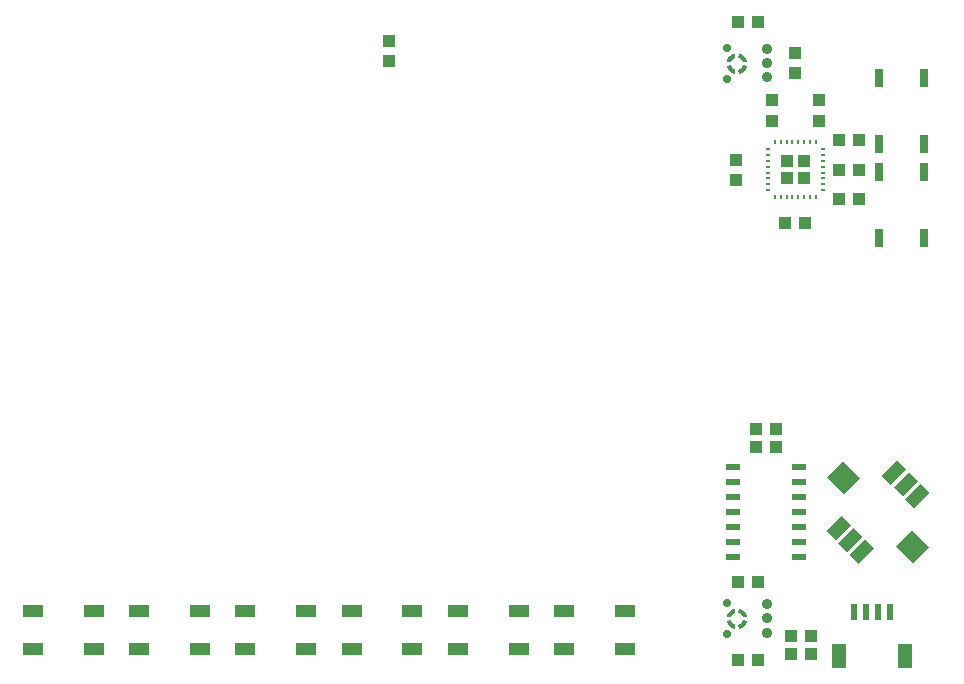
<source format=gtp>
G75*
%MOIN*%
%OFA0B0*%
%FSLAX25Y25*%
%IPPOS*%
%LPD*%
%AMOC8*
5,1,8,0,0,1.08239X$1,22.5*
%
%ADD10R,0.03000X0.06000*%
%ADD11C,0.00118*%
%ADD12C,0.02756*%
%ADD13C,0.03543*%
%ADD14R,0.07283X0.04331*%
%ADD15R,0.07480X0.07874*%
%ADD16R,0.04724X0.07874*%
%ADD17R,0.02362X0.05315*%
%ADD18R,0.00591X0.01378*%
%ADD19R,0.01378X0.00591*%
%ADD20R,0.03937X0.03937*%
%ADD21R,0.04331X0.03937*%
%ADD22R,0.03937X0.04331*%
%ADD23R,0.04724X0.02362*%
%ADD24R,0.06500X0.03937*%
D10*
X0350330Y0192819D03*
X0365330Y0192819D03*
X0365330Y0214819D03*
X0365330Y0224315D03*
X0350330Y0224315D03*
X0350330Y0214819D03*
X0350330Y0246315D03*
X0365330Y0246315D03*
D11*
X0301774Y0254231D02*
X0302081Y0253213D01*
X0302080Y0253213D02*
X0301990Y0253181D01*
X0301900Y0253146D01*
X0301812Y0253107D01*
X0301726Y0253064D01*
X0301642Y0253017D01*
X0301560Y0252968D01*
X0301480Y0252914D01*
X0301402Y0252858D01*
X0301326Y0252799D01*
X0301253Y0252736D01*
X0301183Y0252670D01*
X0301115Y0252602D01*
X0301050Y0252531D01*
X0300988Y0252457D01*
X0300930Y0252381D01*
X0300874Y0252303D01*
X0300822Y0252222D01*
X0300773Y0252139D01*
X0300727Y0252055D01*
X0300685Y0251968D01*
X0300647Y0251880D01*
X0300612Y0251790D01*
X0300581Y0251699D01*
X0299561Y0251995D01*
X0299560Y0251996D01*
X0299595Y0252103D01*
X0299634Y0252209D01*
X0299676Y0252314D01*
X0299722Y0252417D01*
X0299771Y0252518D01*
X0299823Y0252618D01*
X0299879Y0252716D01*
X0299937Y0252812D01*
X0299999Y0252907D01*
X0300064Y0252999D01*
X0300132Y0253089D01*
X0300203Y0253176D01*
X0300277Y0253261D01*
X0300354Y0253344D01*
X0300433Y0253424D01*
X0300515Y0253502D01*
X0300599Y0253576D01*
X0300686Y0253648D01*
X0300776Y0253717D01*
X0300867Y0253783D01*
X0300961Y0253846D01*
X0301056Y0253906D01*
X0301154Y0253962D01*
X0301253Y0254016D01*
X0301354Y0254066D01*
X0301457Y0254112D01*
X0301561Y0254155D01*
X0301666Y0254195D01*
X0301773Y0254231D01*
X0301805Y0254125D01*
X0301698Y0254089D01*
X0301593Y0254049D01*
X0301489Y0254005D01*
X0301386Y0253958D01*
X0301285Y0253907D01*
X0301186Y0253853D01*
X0301089Y0253796D01*
X0300994Y0253735D01*
X0300901Y0253671D01*
X0300810Y0253604D01*
X0300722Y0253534D01*
X0300636Y0253461D01*
X0300553Y0253385D01*
X0300472Y0253306D01*
X0300394Y0253225D01*
X0300319Y0253141D01*
X0300247Y0253054D01*
X0300177Y0252965D01*
X0300111Y0252873D01*
X0300048Y0252780D01*
X0299989Y0252684D01*
X0299932Y0252586D01*
X0299879Y0252487D01*
X0299830Y0252385D01*
X0299784Y0252282D01*
X0299741Y0252178D01*
X0299702Y0252072D01*
X0299667Y0251965D01*
X0299773Y0251934D01*
X0299808Y0252037D01*
X0299845Y0252139D01*
X0299886Y0252240D01*
X0299931Y0252340D01*
X0299979Y0252437D01*
X0300030Y0252534D01*
X0300084Y0252628D01*
X0300142Y0252720D01*
X0300203Y0252811D01*
X0300267Y0252899D01*
X0300333Y0252985D01*
X0300403Y0253068D01*
X0300476Y0253150D01*
X0300551Y0253228D01*
X0300629Y0253304D01*
X0300709Y0253378D01*
X0300792Y0253448D01*
X0300877Y0253516D01*
X0300965Y0253581D01*
X0301055Y0253642D01*
X0301147Y0253701D01*
X0301240Y0253756D01*
X0301336Y0253808D01*
X0301433Y0253857D01*
X0301532Y0253903D01*
X0301632Y0253945D01*
X0301734Y0253984D01*
X0301837Y0254019D01*
X0301869Y0253912D01*
X0301766Y0253877D01*
X0301665Y0253838D01*
X0301565Y0253796D01*
X0301466Y0253750D01*
X0301369Y0253700D01*
X0301274Y0253648D01*
X0301181Y0253591D01*
X0301090Y0253532D01*
X0301001Y0253469D01*
X0300914Y0253404D01*
X0300829Y0253335D01*
X0300748Y0253263D01*
X0300668Y0253189D01*
X0300592Y0253111D01*
X0300518Y0253031D01*
X0300447Y0252949D01*
X0300379Y0252864D01*
X0300314Y0252776D01*
X0300253Y0252687D01*
X0300194Y0252595D01*
X0300139Y0252501D01*
X0300087Y0252405D01*
X0300039Y0252308D01*
X0299994Y0252209D01*
X0299952Y0252108D01*
X0299914Y0252006D01*
X0299880Y0251903D01*
X0299987Y0251872D01*
X0300021Y0251975D01*
X0300059Y0252077D01*
X0300101Y0252177D01*
X0300146Y0252276D01*
X0300195Y0252373D01*
X0300248Y0252468D01*
X0300304Y0252562D01*
X0300364Y0252653D01*
X0300426Y0252742D01*
X0300492Y0252828D01*
X0300561Y0252912D01*
X0300634Y0252993D01*
X0300709Y0253072D01*
X0300787Y0253148D01*
X0300867Y0253221D01*
X0300951Y0253291D01*
X0301036Y0253358D01*
X0301124Y0253421D01*
X0301215Y0253482D01*
X0301308Y0253539D01*
X0301402Y0253592D01*
X0301499Y0253642D01*
X0301597Y0253689D01*
X0301697Y0253732D01*
X0301799Y0253771D01*
X0301901Y0253806D01*
X0301933Y0253700D01*
X0301835Y0253666D01*
X0301737Y0253628D01*
X0301641Y0253587D01*
X0301547Y0253542D01*
X0301454Y0253494D01*
X0301363Y0253443D01*
X0301274Y0253388D01*
X0301187Y0253330D01*
X0301102Y0253269D01*
X0301020Y0253204D01*
X0300940Y0253137D01*
X0300862Y0253067D01*
X0300788Y0252994D01*
X0300715Y0252918D01*
X0300646Y0252840D01*
X0300580Y0252759D01*
X0300516Y0252676D01*
X0300456Y0252591D01*
X0300399Y0252504D01*
X0300345Y0252414D01*
X0300294Y0252323D01*
X0300247Y0252229D01*
X0300203Y0252134D01*
X0300163Y0252038D01*
X0300126Y0251940D01*
X0300093Y0251841D01*
X0300200Y0251810D01*
X0300233Y0251909D01*
X0300270Y0252006D01*
X0300311Y0252102D01*
X0300355Y0252197D01*
X0300402Y0252290D01*
X0300454Y0252380D01*
X0300508Y0252469D01*
X0300566Y0252556D01*
X0300628Y0252640D01*
X0300692Y0252722D01*
X0300760Y0252802D01*
X0300830Y0252879D01*
X0300903Y0252953D01*
X0300980Y0253024D01*
X0301058Y0253092D01*
X0301140Y0253157D01*
X0301223Y0253220D01*
X0301310Y0253278D01*
X0301398Y0253334D01*
X0301488Y0253386D01*
X0301580Y0253435D01*
X0301674Y0253480D01*
X0301770Y0253522D01*
X0301867Y0253559D01*
X0301966Y0253594D01*
X0301998Y0253487D01*
X0301903Y0253455D01*
X0301810Y0253418D01*
X0301719Y0253378D01*
X0301629Y0253335D01*
X0301540Y0253288D01*
X0301454Y0253238D01*
X0301370Y0253185D01*
X0301287Y0253129D01*
X0301207Y0253069D01*
X0301129Y0253007D01*
X0301054Y0252941D01*
X0300981Y0252873D01*
X0300911Y0252802D01*
X0300843Y0252728D01*
X0300778Y0252652D01*
X0300717Y0252574D01*
X0300658Y0252493D01*
X0300602Y0252410D01*
X0300550Y0252325D01*
X0300501Y0252238D01*
X0300455Y0252149D01*
X0300413Y0252059D01*
X0300374Y0251967D01*
X0300338Y0251874D01*
X0300307Y0251779D01*
X0300413Y0251748D01*
X0300445Y0251842D01*
X0300481Y0251935D01*
X0300520Y0252026D01*
X0300562Y0252116D01*
X0300609Y0252204D01*
X0300658Y0252290D01*
X0300712Y0252374D01*
X0300768Y0252456D01*
X0300827Y0252536D01*
X0300890Y0252613D01*
X0300956Y0252688D01*
X0301024Y0252760D01*
X0301096Y0252829D01*
X0301170Y0252895D01*
X0301246Y0252959D01*
X0301325Y0253019D01*
X0301406Y0253076D01*
X0301490Y0253130D01*
X0301576Y0253181D01*
X0301663Y0253228D01*
X0301752Y0253272D01*
X0301843Y0253312D01*
X0301936Y0253348D01*
X0302030Y0253381D01*
X0302062Y0253275D01*
X0301972Y0253243D01*
X0301884Y0253208D01*
X0301797Y0253170D01*
X0301712Y0253128D01*
X0301629Y0253083D01*
X0301547Y0253035D01*
X0301468Y0252984D01*
X0301390Y0252929D01*
X0301315Y0252872D01*
X0301242Y0252811D01*
X0301171Y0252748D01*
X0301103Y0252682D01*
X0301038Y0252613D01*
X0300975Y0252542D01*
X0300915Y0252468D01*
X0300859Y0252392D01*
X0300805Y0252314D01*
X0300754Y0252234D01*
X0300707Y0252152D01*
X0300663Y0252068D01*
X0300622Y0251982D01*
X0300584Y0251895D01*
X0300550Y0251807D01*
X0300520Y0251717D01*
X0303649Y0247895D02*
X0303342Y0248913D01*
X0303343Y0248913D02*
X0303433Y0248945D01*
X0303523Y0248980D01*
X0303611Y0249019D01*
X0303697Y0249062D01*
X0303781Y0249109D01*
X0303863Y0249158D01*
X0303943Y0249212D01*
X0304021Y0249268D01*
X0304097Y0249327D01*
X0304170Y0249390D01*
X0304240Y0249456D01*
X0304308Y0249524D01*
X0304373Y0249595D01*
X0304435Y0249669D01*
X0304493Y0249745D01*
X0304549Y0249823D01*
X0304601Y0249904D01*
X0304650Y0249987D01*
X0304696Y0250071D01*
X0304738Y0250158D01*
X0304776Y0250246D01*
X0304811Y0250336D01*
X0304842Y0250427D01*
X0305862Y0250131D01*
X0305863Y0250130D01*
X0305828Y0250023D01*
X0305789Y0249917D01*
X0305747Y0249812D01*
X0305701Y0249709D01*
X0305652Y0249608D01*
X0305600Y0249508D01*
X0305544Y0249410D01*
X0305486Y0249314D01*
X0305424Y0249219D01*
X0305359Y0249127D01*
X0305291Y0249037D01*
X0305220Y0248950D01*
X0305146Y0248865D01*
X0305069Y0248782D01*
X0304990Y0248702D01*
X0304908Y0248624D01*
X0304824Y0248550D01*
X0304737Y0248478D01*
X0304647Y0248409D01*
X0304556Y0248343D01*
X0304462Y0248280D01*
X0304367Y0248220D01*
X0304269Y0248164D01*
X0304170Y0248110D01*
X0304069Y0248060D01*
X0303966Y0248014D01*
X0303862Y0247971D01*
X0303757Y0247931D01*
X0303650Y0247895D01*
X0303618Y0248001D01*
X0303725Y0248037D01*
X0303830Y0248077D01*
X0303934Y0248121D01*
X0304037Y0248168D01*
X0304138Y0248219D01*
X0304237Y0248273D01*
X0304334Y0248330D01*
X0304429Y0248391D01*
X0304522Y0248455D01*
X0304613Y0248522D01*
X0304701Y0248592D01*
X0304787Y0248665D01*
X0304870Y0248741D01*
X0304951Y0248820D01*
X0305029Y0248901D01*
X0305104Y0248985D01*
X0305176Y0249072D01*
X0305246Y0249161D01*
X0305312Y0249253D01*
X0305375Y0249346D01*
X0305434Y0249442D01*
X0305491Y0249540D01*
X0305544Y0249639D01*
X0305593Y0249741D01*
X0305639Y0249844D01*
X0305682Y0249948D01*
X0305721Y0250054D01*
X0305756Y0250161D01*
X0305650Y0250192D01*
X0305615Y0250089D01*
X0305578Y0249987D01*
X0305537Y0249886D01*
X0305492Y0249786D01*
X0305444Y0249689D01*
X0305393Y0249592D01*
X0305339Y0249498D01*
X0305281Y0249406D01*
X0305220Y0249315D01*
X0305156Y0249227D01*
X0305090Y0249141D01*
X0305020Y0249058D01*
X0304947Y0248976D01*
X0304872Y0248898D01*
X0304794Y0248822D01*
X0304714Y0248748D01*
X0304631Y0248678D01*
X0304546Y0248610D01*
X0304458Y0248545D01*
X0304368Y0248484D01*
X0304276Y0248425D01*
X0304183Y0248370D01*
X0304087Y0248318D01*
X0303990Y0248269D01*
X0303891Y0248223D01*
X0303791Y0248181D01*
X0303689Y0248142D01*
X0303586Y0248107D01*
X0303554Y0248214D01*
X0303657Y0248249D01*
X0303758Y0248288D01*
X0303858Y0248330D01*
X0303957Y0248376D01*
X0304054Y0248426D01*
X0304149Y0248478D01*
X0304242Y0248535D01*
X0304333Y0248594D01*
X0304422Y0248657D01*
X0304509Y0248722D01*
X0304594Y0248791D01*
X0304675Y0248863D01*
X0304755Y0248937D01*
X0304831Y0249015D01*
X0304905Y0249095D01*
X0304976Y0249177D01*
X0305044Y0249262D01*
X0305109Y0249350D01*
X0305170Y0249439D01*
X0305229Y0249531D01*
X0305284Y0249625D01*
X0305336Y0249721D01*
X0305384Y0249818D01*
X0305429Y0249917D01*
X0305471Y0250018D01*
X0305509Y0250120D01*
X0305543Y0250223D01*
X0305436Y0250254D01*
X0305402Y0250151D01*
X0305364Y0250049D01*
X0305322Y0249949D01*
X0305277Y0249850D01*
X0305228Y0249753D01*
X0305175Y0249658D01*
X0305119Y0249564D01*
X0305059Y0249473D01*
X0304997Y0249384D01*
X0304931Y0249298D01*
X0304862Y0249214D01*
X0304789Y0249133D01*
X0304714Y0249054D01*
X0304636Y0248978D01*
X0304556Y0248905D01*
X0304472Y0248835D01*
X0304387Y0248768D01*
X0304299Y0248705D01*
X0304208Y0248644D01*
X0304115Y0248587D01*
X0304021Y0248534D01*
X0303924Y0248484D01*
X0303826Y0248437D01*
X0303726Y0248394D01*
X0303624Y0248355D01*
X0303522Y0248320D01*
X0303490Y0248426D01*
X0303588Y0248460D01*
X0303686Y0248498D01*
X0303782Y0248539D01*
X0303876Y0248584D01*
X0303969Y0248632D01*
X0304060Y0248683D01*
X0304149Y0248738D01*
X0304236Y0248796D01*
X0304321Y0248857D01*
X0304403Y0248922D01*
X0304483Y0248989D01*
X0304561Y0249059D01*
X0304635Y0249132D01*
X0304708Y0249208D01*
X0304777Y0249286D01*
X0304843Y0249367D01*
X0304907Y0249450D01*
X0304967Y0249535D01*
X0305024Y0249622D01*
X0305078Y0249712D01*
X0305129Y0249803D01*
X0305176Y0249897D01*
X0305220Y0249992D01*
X0305260Y0250088D01*
X0305297Y0250186D01*
X0305330Y0250285D01*
X0305223Y0250316D01*
X0305190Y0250217D01*
X0305153Y0250120D01*
X0305112Y0250024D01*
X0305068Y0249929D01*
X0305021Y0249836D01*
X0304969Y0249746D01*
X0304915Y0249657D01*
X0304857Y0249570D01*
X0304795Y0249486D01*
X0304731Y0249404D01*
X0304663Y0249324D01*
X0304593Y0249247D01*
X0304520Y0249173D01*
X0304443Y0249102D01*
X0304365Y0249034D01*
X0304283Y0248969D01*
X0304200Y0248906D01*
X0304113Y0248848D01*
X0304025Y0248792D01*
X0303935Y0248740D01*
X0303843Y0248691D01*
X0303749Y0248646D01*
X0303653Y0248604D01*
X0303556Y0248567D01*
X0303457Y0248532D01*
X0303425Y0248639D01*
X0303520Y0248671D01*
X0303613Y0248708D01*
X0303704Y0248748D01*
X0303794Y0248791D01*
X0303883Y0248838D01*
X0303969Y0248888D01*
X0304053Y0248941D01*
X0304136Y0248997D01*
X0304216Y0249057D01*
X0304294Y0249119D01*
X0304369Y0249185D01*
X0304442Y0249253D01*
X0304512Y0249324D01*
X0304580Y0249398D01*
X0304645Y0249474D01*
X0304706Y0249552D01*
X0304765Y0249633D01*
X0304821Y0249716D01*
X0304873Y0249801D01*
X0304922Y0249888D01*
X0304968Y0249977D01*
X0305010Y0250067D01*
X0305049Y0250159D01*
X0305085Y0250252D01*
X0305116Y0250347D01*
X0305010Y0250378D01*
X0304978Y0250284D01*
X0304942Y0250191D01*
X0304903Y0250100D01*
X0304861Y0250010D01*
X0304814Y0249922D01*
X0304765Y0249836D01*
X0304711Y0249752D01*
X0304655Y0249670D01*
X0304596Y0249590D01*
X0304533Y0249513D01*
X0304467Y0249438D01*
X0304399Y0249366D01*
X0304327Y0249297D01*
X0304253Y0249231D01*
X0304177Y0249167D01*
X0304098Y0249107D01*
X0304017Y0249050D01*
X0303933Y0248996D01*
X0303847Y0248945D01*
X0303760Y0248898D01*
X0303671Y0248854D01*
X0303580Y0248814D01*
X0303487Y0248778D01*
X0303393Y0248745D01*
X0303361Y0248851D01*
X0303451Y0248883D01*
X0303539Y0248918D01*
X0303626Y0248956D01*
X0303711Y0248998D01*
X0303794Y0249043D01*
X0303876Y0249091D01*
X0303955Y0249142D01*
X0304033Y0249197D01*
X0304108Y0249254D01*
X0304181Y0249315D01*
X0304252Y0249378D01*
X0304320Y0249444D01*
X0304385Y0249513D01*
X0304448Y0249584D01*
X0304508Y0249658D01*
X0304564Y0249734D01*
X0304618Y0249812D01*
X0304669Y0249892D01*
X0304716Y0249974D01*
X0304760Y0250058D01*
X0304801Y0250144D01*
X0304839Y0250231D01*
X0304873Y0250319D01*
X0304903Y0250409D01*
X0299543Y0250126D02*
X0300561Y0250433D01*
X0300561Y0250432D02*
X0300593Y0250342D01*
X0300628Y0250252D01*
X0300667Y0250164D01*
X0300710Y0250078D01*
X0300757Y0249994D01*
X0300806Y0249912D01*
X0300860Y0249832D01*
X0300916Y0249754D01*
X0300975Y0249678D01*
X0301038Y0249605D01*
X0301104Y0249535D01*
X0301172Y0249467D01*
X0301243Y0249402D01*
X0301317Y0249340D01*
X0301393Y0249282D01*
X0301471Y0249226D01*
X0301552Y0249174D01*
X0301635Y0249125D01*
X0301719Y0249079D01*
X0301806Y0249037D01*
X0301894Y0248999D01*
X0301984Y0248964D01*
X0302075Y0248933D01*
X0301779Y0247913D01*
X0301778Y0247912D01*
X0301671Y0247947D01*
X0301565Y0247986D01*
X0301460Y0248028D01*
X0301357Y0248074D01*
X0301256Y0248123D01*
X0301156Y0248175D01*
X0301058Y0248231D01*
X0300962Y0248289D01*
X0300867Y0248351D01*
X0300775Y0248416D01*
X0300685Y0248484D01*
X0300598Y0248555D01*
X0300513Y0248629D01*
X0300430Y0248706D01*
X0300350Y0248785D01*
X0300272Y0248867D01*
X0300198Y0248951D01*
X0300126Y0249038D01*
X0300057Y0249128D01*
X0299991Y0249219D01*
X0299928Y0249313D01*
X0299868Y0249408D01*
X0299812Y0249506D01*
X0299758Y0249605D01*
X0299708Y0249706D01*
X0299662Y0249809D01*
X0299619Y0249913D01*
X0299579Y0250018D01*
X0299543Y0250125D01*
X0299649Y0250157D01*
X0299685Y0250050D01*
X0299725Y0249945D01*
X0299769Y0249841D01*
X0299816Y0249738D01*
X0299867Y0249637D01*
X0299921Y0249538D01*
X0299978Y0249441D01*
X0300039Y0249346D01*
X0300103Y0249253D01*
X0300170Y0249162D01*
X0300240Y0249074D01*
X0300313Y0248988D01*
X0300389Y0248905D01*
X0300468Y0248824D01*
X0300549Y0248746D01*
X0300633Y0248671D01*
X0300720Y0248599D01*
X0300809Y0248529D01*
X0300901Y0248463D01*
X0300994Y0248400D01*
X0301090Y0248341D01*
X0301188Y0248284D01*
X0301287Y0248231D01*
X0301389Y0248182D01*
X0301492Y0248136D01*
X0301596Y0248093D01*
X0301702Y0248054D01*
X0301809Y0248019D01*
X0301840Y0248125D01*
X0301737Y0248160D01*
X0301635Y0248197D01*
X0301534Y0248238D01*
X0301434Y0248283D01*
X0301337Y0248331D01*
X0301240Y0248382D01*
X0301146Y0248436D01*
X0301054Y0248494D01*
X0300963Y0248555D01*
X0300875Y0248619D01*
X0300789Y0248685D01*
X0300706Y0248755D01*
X0300624Y0248828D01*
X0300546Y0248903D01*
X0300470Y0248981D01*
X0300396Y0249061D01*
X0300326Y0249144D01*
X0300258Y0249229D01*
X0300193Y0249317D01*
X0300132Y0249407D01*
X0300073Y0249499D01*
X0300018Y0249592D01*
X0299966Y0249688D01*
X0299917Y0249785D01*
X0299871Y0249884D01*
X0299829Y0249984D01*
X0299790Y0250086D01*
X0299755Y0250189D01*
X0299862Y0250221D01*
X0299897Y0250118D01*
X0299936Y0250017D01*
X0299978Y0249917D01*
X0300024Y0249818D01*
X0300074Y0249721D01*
X0300126Y0249626D01*
X0300183Y0249533D01*
X0300242Y0249442D01*
X0300305Y0249353D01*
X0300370Y0249266D01*
X0300439Y0249181D01*
X0300511Y0249100D01*
X0300585Y0249020D01*
X0300663Y0248944D01*
X0300743Y0248870D01*
X0300825Y0248799D01*
X0300910Y0248731D01*
X0300998Y0248666D01*
X0301087Y0248605D01*
X0301179Y0248546D01*
X0301273Y0248491D01*
X0301369Y0248439D01*
X0301466Y0248391D01*
X0301565Y0248346D01*
X0301666Y0248304D01*
X0301768Y0248266D01*
X0301871Y0248232D01*
X0301902Y0248339D01*
X0301799Y0248373D01*
X0301697Y0248411D01*
X0301597Y0248453D01*
X0301498Y0248498D01*
X0301401Y0248547D01*
X0301306Y0248600D01*
X0301212Y0248656D01*
X0301121Y0248716D01*
X0301032Y0248778D01*
X0300946Y0248844D01*
X0300862Y0248913D01*
X0300781Y0248986D01*
X0300702Y0249061D01*
X0300626Y0249139D01*
X0300553Y0249219D01*
X0300483Y0249303D01*
X0300416Y0249388D01*
X0300353Y0249476D01*
X0300292Y0249567D01*
X0300235Y0249660D01*
X0300182Y0249754D01*
X0300132Y0249851D01*
X0300085Y0249949D01*
X0300042Y0250049D01*
X0300003Y0250151D01*
X0299968Y0250253D01*
X0300074Y0250285D01*
X0300108Y0250187D01*
X0300146Y0250089D01*
X0300187Y0249993D01*
X0300232Y0249899D01*
X0300280Y0249806D01*
X0300331Y0249715D01*
X0300386Y0249626D01*
X0300444Y0249539D01*
X0300505Y0249454D01*
X0300570Y0249372D01*
X0300637Y0249292D01*
X0300707Y0249214D01*
X0300780Y0249140D01*
X0300856Y0249067D01*
X0300934Y0248998D01*
X0301015Y0248932D01*
X0301098Y0248868D01*
X0301183Y0248808D01*
X0301270Y0248751D01*
X0301360Y0248697D01*
X0301451Y0248646D01*
X0301545Y0248599D01*
X0301640Y0248555D01*
X0301736Y0248515D01*
X0301834Y0248478D01*
X0301933Y0248445D01*
X0301964Y0248552D01*
X0301865Y0248585D01*
X0301768Y0248622D01*
X0301672Y0248663D01*
X0301577Y0248707D01*
X0301484Y0248754D01*
X0301394Y0248806D01*
X0301305Y0248860D01*
X0301218Y0248918D01*
X0301134Y0248980D01*
X0301052Y0249044D01*
X0300972Y0249112D01*
X0300895Y0249182D01*
X0300821Y0249255D01*
X0300750Y0249332D01*
X0300682Y0249410D01*
X0300617Y0249492D01*
X0300554Y0249575D01*
X0300496Y0249662D01*
X0300440Y0249750D01*
X0300388Y0249840D01*
X0300339Y0249932D01*
X0300294Y0250026D01*
X0300252Y0250122D01*
X0300215Y0250219D01*
X0300180Y0250318D01*
X0300287Y0250350D01*
X0300319Y0250255D01*
X0300356Y0250162D01*
X0300396Y0250071D01*
X0300439Y0249981D01*
X0300486Y0249892D01*
X0300536Y0249806D01*
X0300589Y0249722D01*
X0300645Y0249639D01*
X0300705Y0249559D01*
X0300767Y0249481D01*
X0300833Y0249406D01*
X0300901Y0249333D01*
X0300972Y0249263D01*
X0301046Y0249195D01*
X0301122Y0249130D01*
X0301200Y0249069D01*
X0301281Y0249010D01*
X0301364Y0248954D01*
X0301449Y0248902D01*
X0301536Y0248853D01*
X0301625Y0248807D01*
X0301715Y0248765D01*
X0301807Y0248726D01*
X0301900Y0248690D01*
X0301995Y0248659D01*
X0302026Y0248765D01*
X0301932Y0248797D01*
X0301839Y0248833D01*
X0301748Y0248872D01*
X0301658Y0248914D01*
X0301570Y0248961D01*
X0301484Y0249010D01*
X0301400Y0249064D01*
X0301318Y0249120D01*
X0301238Y0249179D01*
X0301161Y0249242D01*
X0301086Y0249308D01*
X0301014Y0249376D01*
X0300945Y0249448D01*
X0300879Y0249522D01*
X0300815Y0249598D01*
X0300755Y0249677D01*
X0300698Y0249758D01*
X0300644Y0249842D01*
X0300593Y0249928D01*
X0300546Y0250015D01*
X0300502Y0250104D01*
X0300462Y0250195D01*
X0300426Y0250288D01*
X0300393Y0250382D01*
X0300499Y0250414D01*
X0300531Y0250324D01*
X0300566Y0250236D01*
X0300604Y0250149D01*
X0300646Y0250064D01*
X0300691Y0249981D01*
X0300739Y0249899D01*
X0300790Y0249820D01*
X0300845Y0249742D01*
X0300902Y0249667D01*
X0300963Y0249594D01*
X0301026Y0249523D01*
X0301092Y0249455D01*
X0301161Y0249390D01*
X0301232Y0249327D01*
X0301306Y0249267D01*
X0301382Y0249211D01*
X0301460Y0249157D01*
X0301540Y0249106D01*
X0301622Y0249059D01*
X0301706Y0249015D01*
X0301792Y0248974D01*
X0301879Y0248936D01*
X0301967Y0248902D01*
X0302057Y0248872D01*
X0305880Y0252000D02*
X0304862Y0251693D01*
X0304862Y0251694D02*
X0304830Y0251784D01*
X0304795Y0251874D01*
X0304756Y0251962D01*
X0304713Y0252048D01*
X0304666Y0252132D01*
X0304617Y0252214D01*
X0304563Y0252294D01*
X0304507Y0252372D01*
X0304448Y0252448D01*
X0304385Y0252521D01*
X0304319Y0252591D01*
X0304251Y0252659D01*
X0304180Y0252724D01*
X0304106Y0252786D01*
X0304030Y0252844D01*
X0303952Y0252900D01*
X0303871Y0252952D01*
X0303788Y0253001D01*
X0303704Y0253047D01*
X0303617Y0253089D01*
X0303529Y0253127D01*
X0303439Y0253162D01*
X0303348Y0253193D01*
X0303644Y0254213D01*
X0303645Y0254214D01*
X0303752Y0254179D01*
X0303858Y0254140D01*
X0303963Y0254098D01*
X0304066Y0254052D01*
X0304167Y0254003D01*
X0304267Y0253951D01*
X0304365Y0253895D01*
X0304461Y0253837D01*
X0304556Y0253775D01*
X0304648Y0253710D01*
X0304738Y0253642D01*
X0304825Y0253571D01*
X0304910Y0253497D01*
X0304993Y0253420D01*
X0305073Y0253341D01*
X0305151Y0253259D01*
X0305225Y0253175D01*
X0305297Y0253088D01*
X0305366Y0252998D01*
X0305432Y0252907D01*
X0305495Y0252813D01*
X0305555Y0252718D01*
X0305611Y0252620D01*
X0305665Y0252521D01*
X0305715Y0252420D01*
X0305761Y0252317D01*
X0305804Y0252213D01*
X0305844Y0252108D01*
X0305880Y0252001D01*
X0305774Y0251969D01*
X0305738Y0252076D01*
X0305698Y0252181D01*
X0305654Y0252285D01*
X0305607Y0252388D01*
X0305556Y0252489D01*
X0305502Y0252588D01*
X0305445Y0252685D01*
X0305384Y0252780D01*
X0305320Y0252873D01*
X0305253Y0252964D01*
X0305183Y0253052D01*
X0305110Y0253138D01*
X0305034Y0253221D01*
X0304955Y0253302D01*
X0304874Y0253380D01*
X0304790Y0253455D01*
X0304703Y0253527D01*
X0304614Y0253597D01*
X0304522Y0253663D01*
X0304429Y0253726D01*
X0304333Y0253785D01*
X0304235Y0253842D01*
X0304136Y0253895D01*
X0304034Y0253944D01*
X0303931Y0253990D01*
X0303827Y0254033D01*
X0303721Y0254072D01*
X0303614Y0254107D01*
X0303583Y0254001D01*
X0303686Y0253966D01*
X0303788Y0253929D01*
X0303889Y0253888D01*
X0303989Y0253843D01*
X0304086Y0253795D01*
X0304183Y0253744D01*
X0304277Y0253690D01*
X0304369Y0253632D01*
X0304460Y0253571D01*
X0304548Y0253507D01*
X0304634Y0253441D01*
X0304717Y0253371D01*
X0304799Y0253298D01*
X0304877Y0253223D01*
X0304953Y0253145D01*
X0305027Y0253065D01*
X0305097Y0252982D01*
X0305165Y0252897D01*
X0305230Y0252809D01*
X0305291Y0252719D01*
X0305350Y0252627D01*
X0305405Y0252534D01*
X0305457Y0252438D01*
X0305506Y0252341D01*
X0305552Y0252242D01*
X0305594Y0252142D01*
X0305633Y0252040D01*
X0305668Y0251937D01*
X0305561Y0251905D01*
X0305526Y0252008D01*
X0305487Y0252109D01*
X0305445Y0252209D01*
X0305399Y0252308D01*
X0305349Y0252405D01*
X0305297Y0252500D01*
X0305240Y0252593D01*
X0305181Y0252684D01*
X0305118Y0252773D01*
X0305053Y0252860D01*
X0304984Y0252945D01*
X0304912Y0253026D01*
X0304838Y0253106D01*
X0304760Y0253182D01*
X0304680Y0253256D01*
X0304598Y0253327D01*
X0304513Y0253395D01*
X0304425Y0253460D01*
X0304336Y0253521D01*
X0304244Y0253580D01*
X0304150Y0253635D01*
X0304054Y0253687D01*
X0303957Y0253735D01*
X0303858Y0253780D01*
X0303757Y0253822D01*
X0303655Y0253860D01*
X0303552Y0253894D01*
X0303521Y0253787D01*
X0303624Y0253753D01*
X0303726Y0253715D01*
X0303826Y0253673D01*
X0303925Y0253628D01*
X0304022Y0253579D01*
X0304117Y0253526D01*
X0304211Y0253470D01*
X0304302Y0253410D01*
X0304391Y0253348D01*
X0304477Y0253282D01*
X0304561Y0253213D01*
X0304642Y0253140D01*
X0304721Y0253065D01*
X0304797Y0252987D01*
X0304870Y0252907D01*
X0304940Y0252823D01*
X0305007Y0252738D01*
X0305070Y0252650D01*
X0305131Y0252559D01*
X0305188Y0252466D01*
X0305241Y0252372D01*
X0305291Y0252275D01*
X0305338Y0252177D01*
X0305381Y0252077D01*
X0305420Y0251975D01*
X0305455Y0251873D01*
X0305349Y0251841D01*
X0305315Y0251939D01*
X0305277Y0252037D01*
X0305236Y0252133D01*
X0305191Y0252227D01*
X0305143Y0252320D01*
X0305092Y0252411D01*
X0305037Y0252500D01*
X0304979Y0252587D01*
X0304918Y0252672D01*
X0304853Y0252754D01*
X0304786Y0252834D01*
X0304716Y0252912D01*
X0304643Y0252986D01*
X0304567Y0253059D01*
X0304489Y0253128D01*
X0304408Y0253194D01*
X0304325Y0253258D01*
X0304240Y0253318D01*
X0304153Y0253375D01*
X0304063Y0253429D01*
X0303972Y0253480D01*
X0303878Y0253527D01*
X0303783Y0253571D01*
X0303687Y0253611D01*
X0303589Y0253648D01*
X0303490Y0253681D01*
X0303459Y0253574D01*
X0303558Y0253541D01*
X0303655Y0253504D01*
X0303751Y0253463D01*
X0303846Y0253419D01*
X0303939Y0253372D01*
X0304029Y0253320D01*
X0304118Y0253266D01*
X0304205Y0253208D01*
X0304289Y0253146D01*
X0304371Y0253082D01*
X0304451Y0253014D01*
X0304528Y0252944D01*
X0304602Y0252871D01*
X0304673Y0252794D01*
X0304741Y0252716D01*
X0304806Y0252634D01*
X0304869Y0252551D01*
X0304927Y0252464D01*
X0304983Y0252376D01*
X0305035Y0252286D01*
X0305084Y0252194D01*
X0305129Y0252100D01*
X0305171Y0252004D01*
X0305208Y0251907D01*
X0305243Y0251808D01*
X0305136Y0251776D01*
X0305104Y0251871D01*
X0305067Y0251964D01*
X0305027Y0252055D01*
X0304984Y0252145D01*
X0304937Y0252234D01*
X0304887Y0252320D01*
X0304834Y0252404D01*
X0304778Y0252487D01*
X0304718Y0252567D01*
X0304656Y0252645D01*
X0304590Y0252720D01*
X0304522Y0252793D01*
X0304451Y0252863D01*
X0304377Y0252931D01*
X0304301Y0252996D01*
X0304223Y0253057D01*
X0304142Y0253116D01*
X0304059Y0253172D01*
X0303974Y0253224D01*
X0303887Y0253273D01*
X0303798Y0253319D01*
X0303708Y0253361D01*
X0303616Y0253400D01*
X0303523Y0253436D01*
X0303428Y0253467D01*
X0303397Y0253361D01*
X0303491Y0253329D01*
X0303584Y0253293D01*
X0303675Y0253254D01*
X0303765Y0253212D01*
X0303853Y0253165D01*
X0303939Y0253116D01*
X0304023Y0253062D01*
X0304105Y0253006D01*
X0304185Y0252947D01*
X0304262Y0252884D01*
X0304337Y0252818D01*
X0304409Y0252750D01*
X0304478Y0252678D01*
X0304544Y0252604D01*
X0304608Y0252528D01*
X0304668Y0252449D01*
X0304725Y0252368D01*
X0304779Y0252284D01*
X0304830Y0252198D01*
X0304877Y0252111D01*
X0304921Y0252022D01*
X0304961Y0251931D01*
X0304997Y0251838D01*
X0305030Y0251744D01*
X0304924Y0251712D01*
X0304892Y0251802D01*
X0304857Y0251890D01*
X0304819Y0251977D01*
X0304777Y0252062D01*
X0304732Y0252145D01*
X0304684Y0252227D01*
X0304633Y0252306D01*
X0304578Y0252384D01*
X0304521Y0252459D01*
X0304460Y0252532D01*
X0304397Y0252603D01*
X0304331Y0252671D01*
X0304262Y0252736D01*
X0304191Y0252799D01*
X0304117Y0252859D01*
X0304041Y0252915D01*
X0303963Y0252969D01*
X0303883Y0253020D01*
X0303801Y0253067D01*
X0303717Y0253111D01*
X0303631Y0253152D01*
X0303544Y0253190D01*
X0303456Y0253224D01*
X0303366Y0253254D01*
X0299543Y0065086D02*
X0300561Y0065393D01*
X0300561Y0065392D02*
X0300593Y0065302D01*
X0300628Y0065212D01*
X0300667Y0065124D01*
X0300710Y0065038D01*
X0300757Y0064954D01*
X0300806Y0064872D01*
X0300860Y0064792D01*
X0300916Y0064714D01*
X0300975Y0064638D01*
X0301038Y0064565D01*
X0301104Y0064495D01*
X0301172Y0064427D01*
X0301243Y0064362D01*
X0301317Y0064300D01*
X0301393Y0064242D01*
X0301471Y0064186D01*
X0301552Y0064134D01*
X0301635Y0064085D01*
X0301719Y0064039D01*
X0301806Y0063997D01*
X0301894Y0063959D01*
X0301984Y0063924D01*
X0302075Y0063893D01*
X0301779Y0062873D01*
X0301778Y0062872D01*
X0301671Y0062907D01*
X0301565Y0062946D01*
X0301460Y0062988D01*
X0301357Y0063034D01*
X0301256Y0063083D01*
X0301156Y0063135D01*
X0301058Y0063191D01*
X0300962Y0063249D01*
X0300867Y0063311D01*
X0300775Y0063376D01*
X0300685Y0063444D01*
X0300598Y0063515D01*
X0300513Y0063589D01*
X0300430Y0063666D01*
X0300350Y0063745D01*
X0300272Y0063827D01*
X0300198Y0063911D01*
X0300126Y0063998D01*
X0300057Y0064088D01*
X0299991Y0064179D01*
X0299928Y0064273D01*
X0299868Y0064368D01*
X0299812Y0064466D01*
X0299758Y0064565D01*
X0299708Y0064666D01*
X0299662Y0064769D01*
X0299619Y0064873D01*
X0299579Y0064978D01*
X0299543Y0065085D01*
X0299649Y0065117D01*
X0299685Y0065010D01*
X0299725Y0064905D01*
X0299769Y0064801D01*
X0299816Y0064698D01*
X0299867Y0064597D01*
X0299921Y0064498D01*
X0299978Y0064401D01*
X0300039Y0064306D01*
X0300103Y0064213D01*
X0300170Y0064122D01*
X0300240Y0064034D01*
X0300313Y0063948D01*
X0300389Y0063865D01*
X0300468Y0063784D01*
X0300549Y0063706D01*
X0300633Y0063631D01*
X0300720Y0063559D01*
X0300809Y0063489D01*
X0300901Y0063423D01*
X0300994Y0063360D01*
X0301090Y0063301D01*
X0301188Y0063244D01*
X0301287Y0063191D01*
X0301389Y0063142D01*
X0301492Y0063096D01*
X0301596Y0063053D01*
X0301702Y0063014D01*
X0301809Y0062979D01*
X0301840Y0063085D01*
X0301737Y0063120D01*
X0301635Y0063157D01*
X0301534Y0063198D01*
X0301434Y0063243D01*
X0301337Y0063291D01*
X0301240Y0063342D01*
X0301146Y0063396D01*
X0301054Y0063454D01*
X0300963Y0063515D01*
X0300875Y0063579D01*
X0300789Y0063645D01*
X0300706Y0063715D01*
X0300624Y0063788D01*
X0300546Y0063863D01*
X0300470Y0063941D01*
X0300396Y0064021D01*
X0300326Y0064104D01*
X0300258Y0064189D01*
X0300193Y0064277D01*
X0300132Y0064367D01*
X0300073Y0064459D01*
X0300018Y0064552D01*
X0299966Y0064648D01*
X0299917Y0064745D01*
X0299871Y0064844D01*
X0299829Y0064944D01*
X0299790Y0065046D01*
X0299755Y0065149D01*
X0299862Y0065181D01*
X0299897Y0065078D01*
X0299936Y0064977D01*
X0299978Y0064877D01*
X0300024Y0064778D01*
X0300074Y0064681D01*
X0300126Y0064586D01*
X0300183Y0064493D01*
X0300242Y0064402D01*
X0300305Y0064313D01*
X0300370Y0064226D01*
X0300439Y0064141D01*
X0300511Y0064060D01*
X0300585Y0063980D01*
X0300663Y0063904D01*
X0300743Y0063830D01*
X0300825Y0063759D01*
X0300910Y0063691D01*
X0300998Y0063626D01*
X0301087Y0063565D01*
X0301179Y0063506D01*
X0301273Y0063451D01*
X0301369Y0063399D01*
X0301466Y0063351D01*
X0301565Y0063306D01*
X0301666Y0063264D01*
X0301768Y0063226D01*
X0301871Y0063192D01*
X0301902Y0063299D01*
X0301799Y0063333D01*
X0301697Y0063371D01*
X0301597Y0063413D01*
X0301498Y0063458D01*
X0301401Y0063507D01*
X0301306Y0063560D01*
X0301212Y0063616D01*
X0301121Y0063676D01*
X0301032Y0063738D01*
X0300946Y0063804D01*
X0300862Y0063873D01*
X0300781Y0063946D01*
X0300702Y0064021D01*
X0300626Y0064099D01*
X0300553Y0064179D01*
X0300483Y0064263D01*
X0300416Y0064348D01*
X0300353Y0064436D01*
X0300292Y0064527D01*
X0300235Y0064620D01*
X0300182Y0064714D01*
X0300132Y0064811D01*
X0300085Y0064909D01*
X0300042Y0065009D01*
X0300003Y0065111D01*
X0299968Y0065213D01*
X0300074Y0065245D01*
X0300108Y0065147D01*
X0300146Y0065049D01*
X0300187Y0064953D01*
X0300232Y0064859D01*
X0300280Y0064766D01*
X0300331Y0064675D01*
X0300386Y0064586D01*
X0300444Y0064499D01*
X0300505Y0064414D01*
X0300570Y0064332D01*
X0300637Y0064252D01*
X0300707Y0064174D01*
X0300780Y0064100D01*
X0300856Y0064027D01*
X0300934Y0063958D01*
X0301015Y0063892D01*
X0301098Y0063828D01*
X0301183Y0063768D01*
X0301270Y0063711D01*
X0301360Y0063657D01*
X0301451Y0063606D01*
X0301545Y0063559D01*
X0301640Y0063515D01*
X0301736Y0063475D01*
X0301834Y0063438D01*
X0301933Y0063405D01*
X0301964Y0063512D01*
X0301865Y0063545D01*
X0301768Y0063582D01*
X0301672Y0063623D01*
X0301577Y0063667D01*
X0301484Y0063714D01*
X0301394Y0063766D01*
X0301305Y0063820D01*
X0301218Y0063878D01*
X0301134Y0063940D01*
X0301052Y0064004D01*
X0300972Y0064072D01*
X0300895Y0064142D01*
X0300821Y0064215D01*
X0300750Y0064292D01*
X0300682Y0064370D01*
X0300617Y0064452D01*
X0300554Y0064535D01*
X0300496Y0064622D01*
X0300440Y0064710D01*
X0300388Y0064800D01*
X0300339Y0064892D01*
X0300294Y0064986D01*
X0300252Y0065082D01*
X0300215Y0065179D01*
X0300180Y0065278D01*
X0300287Y0065310D01*
X0300319Y0065215D01*
X0300356Y0065122D01*
X0300396Y0065031D01*
X0300439Y0064941D01*
X0300486Y0064852D01*
X0300536Y0064766D01*
X0300589Y0064682D01*
X0300645Y0064599D01*
X0300705Y0064519D01*
X0300767Y0064441D01*
X0300833Y0064366D01*
X0300901Y0064293D01*
X0300972Y0064223D01*
X0301046Y0064155D01*
X0301122Y0064090D01*
X0301200Y0064029D01*
X0301281Y0063970D01*
X0301364Y0063914D01*
X0301449Y0063862D01*
X0301536Y0063813D01*
X0301625Y0063767D01*
X0301715Y0063725D01*
X0301807Y0063686D01*
X0301900Y0063650D01*
X0301995Y0063619D01*
X0302026Y0063725D01*
X0301932Y0063757D01*
X0301839Y0063793D01*
X0301748Y0063832D01*
X0301658Y0063874D01*
X0301570Y0063921D01*
X0301484Y0063970D01*
X0301400Y0064024D01*
X0301318Y0064080D01*
X0301238Y0064139D01*
X0301161Y0064202D01*
X0301086Y0064268D01*
X0301014Y0064336D01*
X0300945Y0064408D01*
X0300879Y0064482D01*
X0300815Y0064558D01*
X0300755Y0064637D01*
X0300698Y0064718D01*
X0300644Y0064802D01*
X0300593Y0064888D01*
X0300546Y0064975D01*
X0300502Y0065064D01*
X0300462Y0065155D01*
X0300426Y0065248D01*
X0300393Y0065342D01*
X0300499Y0065374D01*
X0300531Y0065284D01*
X0300566Y0065196D01*
X0300604Y0065109D01*
X0300646Y0065024D01*
X0300691Y0064941D01*
X0300739Y0064859D01*
X0300790Y0064780D01*
X0300845Y0064702D01*
X0300902Y0064627D01*
X0300963Y0064554D01*
X0301026Y0064483D01*
X0301092Y0064415D01*
X0301161Y0064350D01*
X0301232Y0064287D01*
X0301306Y0064227D01*
X0301382Y0064171D01*
X0301460Y0064117D01*
X0301540Y0064066D01*
X0301622Y0064019D01*
X0301706Y0063975D01*
X0301792Y0063934D01*
X0301879Y0063896D01*
X0301967Y0063862D01*
X0302057Y0063832D01*
X0305880Y0066961D02*
X0304862Y0066654D01*
X0304862Y0066655D02*
X0304830Y0066745D01*
X0304795Y0066835D01*
X0304756Y0066923D01*
X0304713Y0067009D01*
X0304666Y0067093D01*
X0304617Y0067175D01*
X0304563Y0067255D01*
X0304507Y0067333D01*
X0304448Y0067409D01*
X0304385Y0067482D01*
X0304319Y0067552D01*
X0304251Y0067620D01*
X0304180Y0067685D01*
X0304106Y0067747D01*
X0304030Y0067805D01*
X0303952Y0067861D01*
X0303871Y0067913D01*
X0303788Y0067962D01*
X0303704Y0068008D01*
X0303617Y0068050D01*
X0303529Y0068088D01*
X0303439Y0068123D01*
X0303348Y0068154D01*
X0303644Y0069174D01*
X0303645Y0069175D01*
X0303752Y0069140D01*
X0303858Y0069101D01*
X0303963Y0069059D01*
X0304066Y0069013D01*
X0304167Y0068964D01*
X0304267Y0068912D01*
X0304365Y0068856D01*
X0304461Y0068798D01*
X0304556Y0068736D01*
X0304648Y0068671D01*
X0304738Y0068603D01*
X0304825Y0068532D01*
X0304910Y0068458D01*
X0304993Y0068381D01*
X0305073Y0068302D01*
X0305151Y0068220D01*
X0305225Y0068136D01*
X0305297Y0068049D01*
X0305366Y0067959D01*
X0305432Y0067868D01*
X0305495Y0067774D01*
X0305555Y0067679D01*
X0305611Y0067581D01*
X0305665Y0067482D01*
X0305715Y0067381D01*
X0305761Y0067278D01*
X0305804Y0067174D01*
X0305844Y0067069D01*
X0305880Y0066962D01*
X0305774Y0066930D01*
X0305738Y0067037D01*
X0305698Y0067142D01*
X0305654Y0067246D01*
X0305607Y0067349D01*
X0305556Y0067450D01*
X0305502Y0067549D01*
X0305445Y0067646D01*
X0305384Y0067741D01*
X0305320Y0067834D01*
X0305253Y0067925D01*
X0305183Y0068013D01*
X0305110Y0068099D01*
X0305034Y0068182D01*
X0304955Y0068263D01*
X0304874Y0068341D01*
X0304790Y0068416D01*
X0304703Y0068488D01*
X0304614Y0068558D01*
X0304522Y0068624D01*
X0304429Y0068687D01*
X0304333Y0068746D01*
X0304235Y0068803D01*
X0304136Y0068856D01*
X0304034Y0068905D01*
X0303931Y0068951D01*
X0303827Y0068994D01*
X0303721Y0069033D01*
X0303614Y0069068D01*
X0303583Y0068962D01*
X0303686Y0068927D01*
X0303788Y0068890D01*
X0303889Y0068849D01*
X0303989Y0068804D01*
X0304086Y0068756D01*
X0304183Y0068705D01*
X0304277Y0068651D01*
X0304369Y0068593D01*
X0304460Y0068532D01*
X0304548Y0068468D01*
X0304634Y0068402D01*
X0304717Y0068332D01*
X0304799Y0068259D01*
X0304877Y0068184D01*
X0304953Y0068106D01*
X0305027Y0068026D01*
X0305097Y0067943D01*
X0305165Y0067858D01*
X0305230Y0067770D01*
X0305291Y0067680D01*
X0305350Y0067588D01*
X0305405Y0067495D01*
X0305457Y0067399D01*
X0305506Y0067302D01*
X0305552Y0067203D01*
X0305594Y0067103D01*
X0305633Y0067001D01*
X0305668Y0066898D01*
X0305561Y0066866D01*
X0305526Y0066969D01*
X0305487Y0067070D01*
X0305445Y0067170D01*
X0305399Y0067269D01*
X0305349Y0067366D01*
X0305297Y0067461D01*
X0305240Y0067554D01*
X0305181Y0067645D01*
X0305118Y0067734D01*
X0305053Y0067821D01*
X0304984Y0067906D01*
X0304912Y0067987D01*
X0304838Y0068067D01*
X0304760Y0068143D01*
X0304680Y0068217D01*
X0304598Y0068288D01*
X0304513Y0068356D01*
X0304425Y0068421D01*
X0304336Y0068482D01*
X0304244Y0068541D01*
X0304150Y0068596D01*
X0304054Y0068648D01*
X0303957Y0068696D01*
X0303858Y0068741D01*
X0303757Y0068783D01*
X0303655Y0068821D01*
X0303552Y0068855D01*
X0303521Y0068748D01*
X0303624Y0068714D01*
X0303726Y0068676D01*
X0303826Y0068634D01*
X0303925Y0068589D01*
X0304022Y0068540D01*
X0304117Y0068487D01*
X0304211Y0068431D01*
X0304302Y0068371D01*
X0304391Y0068309D01*
X0304477Y0068243D01*
X0304561Y0068174D01*
X0304642Y0068101D01*
X0304721Y0068026D01*
X0304797Y0067948D01*
X0304870Y0067868D01*
X0304940Y0067784D01*
X0305007Y0067699D01*
X0305070Y0067611D01*
X0305131Y0067520D01*
X0305188Y0067427D01*
X0305241Y0067333D01*
X0305291Y0067236D01*
X0305338Y0067138D01*
X0305381Y0067038D01*
X0305420Y0066936D01*
X0305455Y0066834D01*
X0305349Y0066802D01*
X0305315Y0066900D01*
X0305277Y0066998D01*
X0305236Y0067094D01*
X0305191Y0067188D01*
X0305143Y0067281D01*
X0305092Y0067372D01*
X0305037Y0067461D01*
X0304979Y0067548D01*
X0304918Y0067633D01*
X0304853Y0067715D01*
X0304786Y0067795D01*
X0304716Y0067873D01*
X0304643Y0067947D01*
X0304567Y0068020D01*
X0304489Y0068089D01*
X0304408Y0068155D01*
X0304325Y0068219D01*
X0304240Y0068279D01*
X0304153Y0068336D01*
X0304063Y0068390D01*
X0303972Y0068441D01*
X0303878Y0068488D01*
X0303783Y0068532D01*
X0303687Y0068572D01*
X0303589Y0068609D01*
X0303490Y0068642D01*
X0303459Y0068535D01*
X0303558Y0068502D01*
X0303655Y0068465D01*
X0303751Y0068424D01*
X0303846Y0068380D01*
X0303939Y0068333D01*
X0304029Y0068281D01*
X0304118Y0068227D01*
X0304205Y0068169D01*
X0304289Y0068107D01*
X0304371Y0068043D01*
X0304451Y0067975D01*
X0304528Y0067905D01*
X0304602Y0067832D01*
X0304673Y0067755D01*
X0304741Y0067677D01*
X0304806Y0067595D01*
X0304869Y0067512D01*
X0304927Y0067425D01*
X0304983Y0067337D01*
X0305035Y0067247D01*
X0305084Y0067155D01*
X0305129Y0067061D01*
X0305171Y0066965D01*
X0305208Y0066868D01*
X0305243Y0066769D01*
X0305136Y0066737D01*
X0305104Y0066832D01*
X0305067Y0066925D01*
X0305027Y0067016D01*
X0304984Y0067106D01*
X0304937Y0067195D01*
X0304887Y0067281D01*
X0304834Y0067365D01*
X0304778Y0067448D01*
X0304718Y0067528D01*
X0304656Y0067606D01*
X0304590Y0067681D01*
X0304522Y0067754D01*
X0304451Y0067824D01*
X0304377Y0067892D01*
X0304301Y0067957D01*
X0304223Y0068018D01*
X0304142Y0068077D01*
X0304059Y0068133D01*
X0303974Y0068185D01*
X0303887Y0068234D01*
X0303798Y0068280D01*
X0303708Y0068322D01*
X0303616Y0068361D01*
X0303523Y0068397D01*
X0303428Y0068428D01*
X0303397Y0068322D01*
X0303491Y0068290D01*
X0303584Y0068254D01*
X0303675Y0068215D01*
X0303765Y0068173D01*
X0303853Y0068126D01*
X0303939Y0068077D01*
X0304023Y0068023D01*
X0304105Y0067967D01*
X0304185Y0067908D01*
X0304262Y0067845D01*
X0304337Y0067779D01*
X0304409Y0067711D01*
X0304478Y0067639D01*
X0304544Y0067565D01*
X0304608Y0067489D01*
X0304668Y0067410D01*
X0304725Y0067329D01*
X0304779Y0067245D01*
X0304830Y0067159D01*
X0304877Y0067072D01*
X0304921Y0066983D01*
X0304961Y0066892D01*
X0304997Y0066799D01*
X0305030Y0066705D01*
X0304924Y0066673D01*
X0304892Y0066763D01*
X0304857Y0066851D01*
X0304819Y0066938D01*
X0304777Y0067023D01*
X0304732Y0067106D01*
X0304684Y0067188D01*
X0304633Y0067267D01*
X0304578Y0067345D01*
X0304521Y0067420D01*
X0304460Y0067493D01*
X0304397Y0067564D01*
X0304331Y0067632D01*
X0304262Y0067697D01*
X0304191Y0067760D01*
X0304117Y0067820D01*
X0304041Y0067876D01*
X0303963Y0067930D01*
X0303883Y0067981D01*
X0303801Y0068028D01*
X0303717Y0068072D01*
X0303631Y0068113D01*
X0303544Y0068151D01*
X0303456Y0068185D01*
X0303366Y0068215D01*
X0303649Y0062855D02*
X0303342Y0063873D01*
X0303343Y0063873D02*
X0303433Y0063905D01*
X0303523Y0063940D01*
X0303611Y0063979D01*
X0303697Y0064022D01*
X0303781Y0064069D01*
X0303863Y0064118D01*
X0303943Y0064172D01*
X0304021Y0064228D01*
X0304097Y0064287D01*
X0304170Y0064350D01*
X0304240Y0064416D01*
X0304308Y0064484D01*
X0304373Y0064555D01*
X0304435Y0064629D01*
X0304493Y0064705D01*
X0304549Y0064783D01*
X0304601Y0064864D01*
X0304650Y0064947D01*
X0304696Y0065031D01*
X0304738Y0065118D01*
X0304776Y0065206D01*
X0304811Y0065296D01*
X0304842Y0065387D01*
X0305862Y0065091D01*
X0305863Y0065090D01*
X0305828Y0064983D01*
X0305789Y0064877D01*
X0305747Y0064772D01*
X0305701Y0064669D01*
X0305652Y0064568D01*
X0305600Y0064468D01*
X0305544Y0064370D01*
X0305486Y0064274D01*
X0305424Y0064179D01*
X0305359Y0064087D01*
X0305291Y0063997D01*
X0305220Y0063910D01*
X0305146Y0063825D01*
X0305069Y0063742D01*
X0304990Y0063662D01*
X0304908Y0063584D01*
X0304824Y0063510D01*
X0304737Y0063438D01*
X0304647Y0063369D01*
X0304556Y0063303D01*
X0304462Y0063240D01*
X0304367Y0063180D01*
X0304269Y0063124D01*
X0304170Y0063070D01*
X0304069Y0063020D01*
X0303966Y0062974D01*
X0303862Y0062931D01*
X0303757Y0062891D01*
X0303650Y0062855D01*
X0303618Y0062961D01*
X0303725Y0062997D01*
X0303830Y0063037D01*
X0303934Y0063081D01*
X0304037Y0063128D01*
X0304138Y0063179D01*
X0304237Y0063233D01*
X0304334Y0063290D01*
X0304429Y0063351D01*
X0304522Y0063415D01*
X0304613Y0063482D01*
X0304701Y0063552D01*
X0304787Y0063625D01*
X0304870Y0063701D01*
X0304951Y0063780D01*
X0305029Y0063861D01*
X0305104Y0063945D01*
X0305176Y0064032D01*
X0305246Y0064121D01*
X0305312Y0064213D01*
X0305375Y0064306D01*
X0305434Y0064402D01*
X0305491Y0064500D01*
X0305544Y0064599D01*
X0305593Y0064701D01*
X0305639Y0064804D01*
X0305682Y0064908D01*
X0305721Y0065014D01*
X0305756Y0065121D01*
X0305650Y0065152D01*
X0305615Y0065049D01*
X0305578Y0064947D01*
X0305537Y0064846D01*
X0305492Y0064746D01*
X0305444Y0064649D01*
X0305393Y0064552D01*
X0305339Y0064458D01*
X0305281Y0064366D01*
X0305220Y0064275D01*
X0305156Y0064187D01*
X0305090Y0064101D01*
X0305020Y0064018D01*
X0304947Y0063936D01*
X0304872Y0063858D01*
X0304794Y0063782D01*
X0304714Y0063708D01*
X0304631Y0063638D01*
X0304546Y0063570D01*
X0304458Y0063505D01*
X0304368Y0063444D01*
X0304276Y0063385D01*
X0304183Y0063330D01*
X0304087Y0063278D01*
X0303990Y0063229D01*
X0303891Y0063183D01*
X0303791Y0063141D01*
X0303689Y0063102D01*
X0303586Y0063067D01*
X0303554Y0063174D01*
X0303657Y0063209D01*
X0303758Y0063248D01*
X0303858Y0063290D01*
X0303957Y0063336D01*
X0304054Y0063386D01*
X0304149Y0063438D01*
X0304242Y0063495D01*
X0304333Y0063554D01*
X0304422Y0063617D01*
X0304509Y0063682D01*
X0304594Y0063751D01*
X0304675Y0063823D01*
X0304755Y0063897D01*
X0304831Y0063975D01*
X0304905Y0064055D01*
X0304976Y0064137D01*
X0305044Y0064222D01*
X0305109Y0064310D01*
X0305170Y0064399D01*
X0305229Y0064491D01*
X0305284Y0064585D01*
X0305336Y0064681D01*
X0305384Y0064778D01*
X0305429Y0064877D01*
X0305471Y0064978D01*
X0305509Y0065080D01*
X0305543Y0065183D01*
X0305436Y0065214D01*
X0305402Y0065111D01*
X0305364Y0065009D01*
X0305322Y0064909D01*
X0305277Y0064810D01*
X0305228Y0064713D01*
X0305175Y0064618D01*
X0305119Y0064524D01*
X0305059Y0064433D01*
X0304997Y0064344D01*
X0304931Y0064258D01*
X0304862Y0064174D01*
X0304789Y0064093D01*
X0304714Y0064014D01*
X0304636Y0063938D01*
X0304556Y0063865D01*
X0304472Y0063795D01*
X0304387Y0063728D01*
X0304299Y0063665D01*
X0304208Y0063604D01*
X0304115Y0063547D01*
X0304021Y0063494D01*
X0303924Y0063444D01*
X0303826Y0063397D01*
X0303726Y0063354D01*
X0303624Y0063315D01*
X0303522Y0063280D01*
X0303490Y0063386D01*
X0303588Y0063420D01*
X0303686Y0063458D01*
X0303782Y0063499D01*
X0303876Y0063544D01*
X0303969Y0063592D01*
X0304060Y0063643D01*
X0304149Y0063698D01*
X0304236Y0063756D01*
X0304321Y0063817D01*
X0304403Y0063882D01*
X0304483Y0063949D01*
X0304561Y0064019D01*
X0304635Y0064092D01*
X0304708Y0064168D01*
X0304777Y0064246D01*
X0304843Y0064327D01*
X0304907Y0064410D01*
X0304967Y0064495D01*
X0305024Y0064582D01*
X0305078Y0064672D01*
X0305129Y0064763D01*
X0305176Y0064857D01*
X0305220Y0064952D01*
X0305260Y0065048D01*
X0305297Y0065146D01*
X0305330Y0065245D01*
X0305223Y0065276D01*
X0305190Y0065177D01*
X0305153Y0065080D01*
X0305112Y0064984D01*
X0305068Y0064889D01*
X0305021Y0064796D01*
X0304969Y0064706D01*
X0304915Y0064617D01*
X0304857Y0064530D01*
X0304795Y0064446D01*
X0304731Y0064364D01*
X0304663Y0064284D01*
X0304593Y0064207D01*
X0304520Y0064133D01*
X0304443Y0064062D01*
X0304365Y0063994D01*
X0304283Y0063929D01*
X0304200Y0063866D01*
X0304113Y0063808D01*
X0304025Y0063752D01*
X0303935Y0063700D01*
X0303843Y0063651D01*
X0303749Y0063606D01*
X0303653Y0063564D01*
X0303556Y0063527D01*
X0303457Y0063492D01*
X0303425Y0063599D01*
X0303520Y0063631D01*
X0303613Y0063668D01*
X0303704Y0063708D01*
X0303794Y0063751D01*
X0303883Y0063798D01*
X0303969Y0063848D01*
X0304053Y0063901D01*
X0304136Y0063957D01*
X0304216Y0064017D01*
X0304294Y0064079D01*
X0304369Y0064145D01*
X0304442Y0064213D01*
X0304512Y0064284D01*
X0304580Y0064358D01*
X0304645Y0064434D01*
X0304706Y0064512D01*
X0304765Y0064593D01*
X0304821Y0064676D01*
X0304873Y0064761D01*
X0304922Y0064848D01*
X0304968Y0064937D01*
X0305010Y0065027D01*
X0305049Y0065119D01*
X0305085Y0065212D01*
X0305116Y0065307D01*
X0305010Y0065338D01*
X0304978Y0065244D01*
X0304942Y0065151D01*
X0304903Y0065060D01*
X0304861Y0064970D01*
X0304814Y0064882D01*
X0304765Y0064796D01*
X0304711Y0064712D01*
X0304655Y0064630D01*
X0304596Y0064550D01*
X0304533Y0064473D01*
X0304467Y0064398D01*
X0304399Y0064326D01*
X0304327Y0064257D01*
X0304253Y0064191D01*
X0304177Y0064127D01*
X0304098Y0064067D01*
X0304017Y0064010D01*
X0303933Y0063956D01*
X0303847Y0063905D01*
X0303760Y0063858D01*
X0303671Y0063814D01*
X0303580Y0063774D01*
X0303487Y0063738D01*
X0303393Y0063705D01*
X0303361Y0063811D01*
X0303451Y0063843D01*
X0303539Y0063878D01*
X0303626Y0063916D01*
X0303711Y0063958D01*
X0303794Y0064003D01*
X0303876Y0064051D01*
X0303955Y0064102D01*
X0304033Y0064157D01*
X0304108Y0064214D01*
X0304181Y0064275D01*
X0304252Y0064338D01*
X0304320Y0064404D01*
X0304385Y0064473D01*
X0304448Y0064544D01*
X0304508Y0064618D01*
X0304564Y0064694D01*
X0304618Y0064772D01*
X0304669Y0064852D01*
X0304716Y0064934D01*
X0304760Y0065018D01*
X0304801Y0065104D01*
X0304839Y0065191D01*
X0304873Y0065279D01*
X0304903Y0065369D01*
X0301774Y0069192D02*
X0302081Y0068174D01*
X0302080Y0068174D02*
X0301990Y0068142D01*
X0301900Y0068107D01*
X0301812Y0068068D01*
X0301726Y0068025D01*
X0301642Y0067978D01*
X0301560Y0067929D01*
X0301480Y0067875D01*
X0301402Y0067819D01*
X0301326Y0067760D01*
X0301253Y0067697D01*
X0301183Y0067631D01*
X0301115Y0067563D01*
X0301050Y0067492D01*
X0300988Y0067418D01*
X0300930Y0067342D01*
X0300874Y0067264D01*
X0300822Y0067183D01*
X0300773Y0067100D01*
X0300727Y0067016D01*
X0300685Y0066929D01*
X0300647Y0066841D01*
X0300612Y0066751D01*
X0300581Y0066660D01*
X0299561Y0066956D01*
X0299560Y0066957D01*
X0299595Y0067064D01*
X0299634Y0067170D01*
X0299676Y0067275D01*
X0299722Y0067378D01*
X0299771Y0067479D01*
X0299823Y0067579D01*
X0299879Y0067677D01*
X0299937Y0067773D01*
X0299999Y0067868D01*
X0300064Y0067960D01*
X0300132Y0068050D01*
X0300203Y0068137D01*
X0300277Y0068222D01*
X0300354Y0068305D01*
X0300433Y0068385D01*
X0300515Y0068463D01*
X0300599Y0068537D01*
X0300686Y0068609D01*
X0300776Y0068678D01*
X0300867Y0068744D01*
X0300961Y0068807D01*
X0301056Y0068867D01*
X0301154Y0068923D01*
X0301253Y0068977D01*
X0301354Y0069027D01*
X0301457Y0069073D01*
X0301561Y0069116D01*
X0301666Y0069156D01*
X0301773Y0069192D01*
X0301805Y0069086D01*
X0301698Y0069050D01*
X0301593Y0069010D01*
X0301489Y0068966D01*
X0301386Y0068919D01*
X0301285Y0068868D01*
X0301186Y0068814D01*
X0301089Y0068757D01*
X0300994Y0068696D01*
X0300901Y0068632D01*
X0300810Y0068565D01*
X0300722Y0068495D01*
X0300636Y0068422D01*
X0300553Y0068346D01*
X0300472Y0068267D01*
X0300394Y0068186D01*
X0300319Y0068102D01*
X0300247Y0068015D01*
X0300177Y0067926D01*
X0300111Y0067834D01*
X0300048Y0067741D01*
X0299989Y0067645D01*
X0299932Y0067547D01*
X0299879Y0067448D01*
X0299830Y0067346D01*
X0299784Y0067243D01*
X0299741Y0067139D01*
X0299702Y0067033D01*
X0299667Y0066926D01*
X0299773Y0066895D01*
X0299808Y0066998D01*
X0299845Y0067100D01*
X0299886Y0067201D01*
X0299931Y0067301D01*
X0299979Y0067398D01*
X0300030Y0067495D01*
X0300084Y0067589D01*
X0300142Y0067681D01*
X0300203Y0067772D01*
X0300267Y0067860D01*
X0300333Y0067946D01*
X0300403Y0068029D01*
X0300476Y0068111D01*
X0300551Y0068189D01*
X0300629Y0068265D01*
X0300709Y0068339D01*
X0300792Y0068409D01*
X0300877Y0068477D01*
X0300965Y0068542D01*
X0301055Y0068603D01*
X0301147Y0068662D01*
X0301240Y0068717D01*
X0301336Y0068769D01*
X0301433Y0068818D01*
X0301532Y0068864D01*
X0301632Y0068906D01*
X0301734Y0068945D01*
X0301837Y0068980D01*
X0301869Y0068873D01*
X0301766Y0068838D01*
X0301665Y0068799D01*
X0301565Y0068757D01*
X0301466Y0068711D01*
X0301369Y0068661D01*
X0301274Y0068609D01*
X0301181Y0068552D01*
X0301090Y0068493D01*
X0301001Y0068430D01*
X0300914Y0068365D01*
X0300829Y0068296D01*
X0300748Y0068224D01*
X0300668Y0068150D01*
X0300592Y0068072D01*
X0300518Y0067992D01*
X0300447Y0067910D01*
X0300379Y0067825D01*
X0300314Y0067737D01*
X0300253Y0067648D01*
X0300194Y0067556D01*
X0300139Y0067462D01*
X0300087Y0067366D01*
X0300039Y0067269D01*
X0299994Y0067170D01*
X0299952Y0067069D01*
X0299914Y0066967D01*
X0299880Y0066864D01*
X0299987Y0066833D01*
X0300021Y0066936D01*
X0300059Y0067038D01*
X0300101Y0067138D01*
X0300146Y0067237D01*
X0300195Y0067334D01*
X0300248Y0067429D01*
X0300304Y0067523D01*
X0300364Y0067614D01*
X0300426Y0067703D01*
X0300492Y0067789D01*
X0300561Y0067873D01*
X0300634Y0067954D01*
X0300709Y0068033D01*
X0300787Y0068109D01*
X0300867Y0068182D01*
X0300951Y0068252D01*
X0301036Y0068319D01*
X0301124Y0068382D01*
X0301215Y0068443D01*
X0301308Y0068500D01*
X0301402Y0068553D01*
X0301499Y0068603D01*
X0301597Y0068650D01*
X0301697Y0068693D01*
X0301799Y0068732D01*
X0301901Y0068767D01*
X0301933Y0068661D01*
X0301835Y0068627D01*
X0301737Y0068589D01*
X0301641Y0068548D01*
X0301547Y0068503D01*
X0301454Y0068455D01*
X0301363Y0068404D01*
X0301274Y0068349D01*
X0301187Y0068291D01*
X0301102Y0068230D01*
X0301020Y0068165D01*
X0300940Y0068098D01*
X0300862Y0068028D01*
X0300788Y0067955D01*
X0300715Y0067879D01*
X0300646Y0067801D01*
X0300580Y0067720D01*
X0300516Y0067637D01*
X0300456Y0067552D01*
X0300399Y0067465D01*
X0300345Y0067375D01*
X0300294Y0067284D01*
X0300247Y0067190D01*
X0300203Y0067095D01*
X0300163Y0066999D01*
X0300126Y0066901D01*
X0300093Y0066802D01*
X0300200Y0066771D01*
X0300233Y0066870D01*
X0300270Y0066967D01*
X0300311Y0067063D01*
X0300355Y0067158D01*
X0300402Y0067251D01*
X0300454Y0067341D01*
X0300508Y0067430D01*
X0300566Y0067517D01*
X0300628Y0067601D01*
X0300692Y0067683D01*
X0300760Y0067763D01*
X0300830Y0067840D01*
X0300903Y0067914D01*
X0300980Y0067985D01*
X0301058Y0068053D01*
X0301140Y0068118D01*
X0301223Y0068181D01*
X0301310Y0068239D01*
X0301398Y0068295D01*
X0301488Y0068347D01*
X0301580Y0068396D01*
X0301674Y0068441D01*
X0301770Y0068483D01*
X0301867Y0068520D01*
X0301966Y0068555D01*
X0301998Y0068448D01*
X0301903Y0068416D01*
X0301810Y0068379D01*
X0301719Y0068339D01*
X0301629Y0068296D01*
X0301540Y0068249D01*
X0301454Y0068199D01*
X0301370Y0068146D01*
X0301287Y0068090D01*
X0301207Y0068030D01*
X0301129Y0067968D01*
X0301054Y0067902D01*
X0300981Y0067834D01*
X0300911Y0067763D01*
X0300843Y0067689D01*
X0300778Y0067613D01*
X0300717Y0067535D01*
X0300658Y0067454D01*
X0300602Y0067371D01*
X0300550Y0067286D01*
X0300501Y0067199D01*
X0300455Y0067110D01*
X0300413Y0067020D01*
X0300374Y0066928D01*
X0300338Y0066835D01*
X0300307Y0066740D01*
X0300413Y0066709D01*
X0300445Y0066803D01*
X0300481Y0066896D01*
X0300520Y0066987D01*
X0300562Y0067077D01*
X0300609Y0067165D01*
X0300658Y0067251D01*
X0300712Y0067335D01*
X0300768Y0067417D01*
X0300827Y0067497D01*
X0300890Y0067574D01*
X0300956Y0067649D01*
X0301024Y0067721D01*
X0301096Y0067790D01*
X0301170Y0067856D01*
X0301246Y0067920D01*
X0301325Y0067980D01*
X0301406Y0068037D01*
X0301490Y0068091D01*
X0301576Y0068142D01*
X0301663Y0068189D01*
X0301752Y0068233D01*
X0301843Y0068273D01*
X0301936Y0068309D01*
X0302030Y0068342D01*
X0302062Y0068236D01*
X0301972Y0068204D01*
X0301884Y0068169D01*
X0301797Y0068131D01*
X0301712Y0068089D01*
X0301629Y0068044D01*
X0301547Y0067996D01*
X0301468Y0067945D01*
X0301390Y0067890D01*
X0301315Y0067833D01*
X0301242Y0067772D01*
X0301171Y0067709D01*
X0301103Y0067643D01*
X0301038Y0067574D01*
X0300975Y0067503D01*
X0300915Y0067429D01*
X0300859Y0067353D01*
X0300805Y0067275D01*
X0300754Y0067195D01*
X0300707Y0067113D01*
X0300663Y0067029D01*
X0300622Y0066943D01*
X0300584Y0066856D01*
X0300550Y0066768D01*
X0300520Y0066678D01*
D12*
X0299562Y0071142D03*
X0299562Y0060906D03*
X0299562Y0245945D03*
X0299562Y0256181D03*
D13*
X0313027Y0255787D03*
X0313027Y0251063D03*
X0313027Y0246339D03*
X0313027Y0070748D03*
X0313027Y0066024D03*
X0313027Y0061299D03*
D14*
G36*
X0348702Y0089346D02*
X0343554Y0084198D01*
X0340492Y0087260D01*
X0345640Y0092408D01*
X0348702Y0089346D01*
G37*
G36*
X0344805Y0093243D02*
X0339657Y0088095D01*
X0336595Y0091157D01*
X0341743Y0096305D01*
X0344805Y0093243D01*
G37*
G36*
X0340907Y0097141D02*
X0335759Y0091993D01*
X0332697Y0095055D01*
X0337845Y0100203D01*
X0340907Y0097141D01*
G37*
G36*
X0363317Y0111756D02*
X0358169Y0106608D01*
X0355107Y0109670D01*
X0360255Y0114818D01*
X0363317Y0111756D01*
G37*
G36*
X0367215Y0107859D02*
X0362067Y0102711D01*
X0359005Y0105773D01*
X0364153Y0110921D01*
X0367215Y0107859D01*
G37*
G36*
X0359420Y0115654D02*
X0354272Y0110506D01*
X0351210Y0113568D01*
X0356358Y0118716D01*
X0359420Y0115654D01*
G37*
D15*
G36*
X0343887Y0112815D02*
X0338598Y0107526D01*
X0333031Y0113093D01*
X0338320Y0118382D01*
X0343887Y0112815D01*
G37*
G36*
X0366881Y0089820D02*
X0361592Y0084531D01*
X0356025Y0090098D01*
X0361314Y0095387D01*
X0366881Y0089820D01*
G37*
D16*
X0359011Y0053524D03*
X0336964Y0053524D03*
D17*
X0342082Y0067992D03*
X0346019Y0067992D03*
X0349956Y0067992D03*
X0353893Y0067992D03*
D18*
X0329287Y0206575D03*
X0327318Y0206575D03*
X0325350Y0206575D03*
X0323381Y0206575D03*
X0321413Y0206575D03*
X0319444Y0206575D03*
X0317476Y0206575D03*
X0315507Y0206575D03*
X0315507Y0224685D03*
X0317476Y0224685D03*
X0319444Y0224685D03*
X0321413Y0224685D03*
X0323381Y0224685D03*
X0325350Y0224685D03*
X0327318Y0224685D03*
X0329287Y0224685D03*
D19*
X0331452Y0222520D03*
X0331452Y0220551D03*
X0331452Y0218583D03*
X0331452Y0216614D03*
X0331452Y0214646D03*
X0331452Y0212677D03*
X0331452Y0210709D03*
X0331452Y0208740D03*
X0313342Y0208740D03*
X0313342Y0210709D03*
X0313342Y0212677D03*
X0313342Y0214646D03*
X0313342Y0216614D03*
X0313342Y0218583D03*
X0313342Y0220551D03*
X0313342Y0222520D03*
D20*
X0319444Y0218583D03*
X0325350Y0218583D03*
X0325350Y0212677D03*
X0319444Y0212677D03*
D21*
X0319050Y0197913D03*
X0325743Y0197913D03*
X0336767Y0205787D03*
X0343460Y0205787D03*
X0343460Y0215630D03*
X0336767Y0215630D03*
X0336767Y0225472D03*
X0343460Y0225472D03*
X0309995Y0264843D03*
X0303302Y0264843D03*
X0309208Y0129016D03*
X0309208Y0123110D03*
X0315901Y0123110D03*
X0315901Y0129016D03*
X0309798Y0078031D03*
X0303106Y0078031D03*
X0321019Y0060118D03*
X0327712Y0060118D03*
X0327712Y0054016D03*
X0321019Y0054016D03*
X0309995Y0052244D03*
X0303302Y0052244D03*
D22*
X0302712Y0212283D03*
X0302712Y0218976D03*
X0314523Y0231969D03*
X0314523Y0238661D03*
X0322397Y0247717D03*
X0322397Y0254409D03*
X0330271Y0238661D03*
X0330271Y0231969D03*
X0186767Y0251654D03*
X0186767Y0258346D03*
D23*
X0301531Y0116457D03*
X0301531Y0111457D03*
X0301531Y0106457D03*
X0301531Y0101457D03*
X0301531Y0096457D03*
X0301531Y0091457D03*
X0301531Y0086457D03*
X0323578Y0086457D03*
X0323578Y0091457D03*
X0323578Y0096457D03*
X0323578Y0101457D03*
X0323578Y0106457D03*
X0323578Y0111457D03*
X0323578Y0116457D03*
D24*
X0068157Y0055787D03*
X0068157Y0068386D03*
X0088448Y0068386D03*
X0088448Y0055787D03*
X0103590Y0055787D03*
X0103590Y0068386D03*
X0123881Y0068386D03*
X0123881Y0055787D03*
X0139023Y0055787D03*
X0139023Y0068386D03*
X0159314Y0068386D03*
X0159314Y0055787D03*
X0174456Y0055787D03*
X0174456Y0068386D03*
X0194747Y0068386D03*
X0194747Y0055787D03*
X0209889Y0055787D03*
X0209889Y0068386D03*
X0230180Y0068386D03*
X0230180Y0055787D03*
X0245322Y0055787D03*
X0245322Y0068386D03*
X0265613Y0068386D03*
X0265613Y0055787D03*
M02*

</source>
